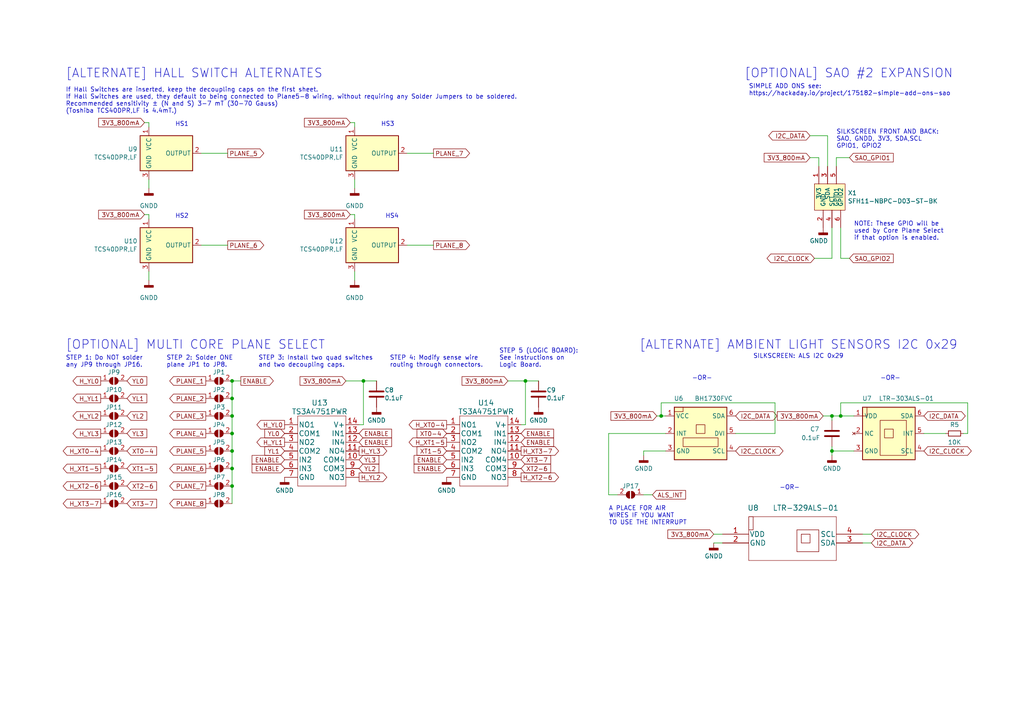
<source format=kicad_sch>
(kicad_sch (version 20230121) (generator eeschema)
  (paper "A4")
  (title_block (title "Core64 CB (Core Board)") (date "2023-02-21") (rev "1.1") (company "Concept and design by Andy Geppert @ www.MachineIdeas.com") (comment 1 "Visit www.Core64.io for information on assembly and optional features.") (comment 4 "All capacitors ceramic X7R unless otherwise noted."))
  (lib_symbols
    (symbol "Core64 CB-rescue:BH1730FVC-Core_64_KiCad_Library"
      (property "Reference" "U" (at -7.62 8.89 0))
      (property "Value" "Core_64_KiCad_Library_BH1730FVC" (at 1.27 8.89 0))
      (symbol "BH1730FVC-Core_64_KiCad_Library_0_1"
        (rectangle (start -7.62 6.35) (end -5.08 7.62))
        (rectangle (start -7.62 7.62) (end 7.62 -7.62) (stroke (width 0.254)) (fill (type background)))
        (rectangle (start -5.08 -3.81) (end 5.08 -1.27))
        (rectangle (start -1.27 2.54) (end 1.27 0))
      )
      (symbol "BH1730FVC-Core_64_KiCad_Library_1_1"
        (pin power_in line (at -10.16 5.08 0) (length 2.54) (name "VCC") (number "1"))
        (pin output line (at -10.16 0 0) (length 2.54) (name "INT") (number "2"))
        (pin power_in line (at -10.16 -5.08 0) (length 2.54) (name "GND") (number "3"))
        (pin input line (at 10.16 -5.08 180) (length 2.54) (name "SCL") (number "4"))
        (pin open_collector line (at 10.16 0 180) (length 2.54) (name "DVI") (number "5"))
        (pin bidirectional line (at 10.16 5.08 180) (length 2.54) (name "SDA") (number "6"))
      )
    )
    (symbol "Core64 CB-rescue:LTR-303ALS-01-Core_64_KiCad_Library"
      (property "Reference" "U" (at -7.62 8.89 0))
      (property "Value" "Core_64_KiCad_Library_LTR-303ALS-01" (at 1.27 8.89 0))
      (symbol "LTR-303ALS-01-Core_64_KiCad_Library_0_1"
        (rectangle (start -7.62 7.62) (end -6.35 5.08))
        (rectangle (start -7.62 7.62) (end 7.62 -7.62) (stroke (width 0.254)) (fill (type background)))
        (rectangle (start -2.54 3.81) (end 5.08 -6.35))
        (rectangle (start -1.27 -1.27) (end 1.27 1.27))
      )
      (symbol "LTR-303ALS-01-Core_64_KiCad_Library_1_1"
        (pin power_in line (at -10.16 5.08 0) (length 2.54) (name "VDD") (number "1"))
        (pin no_connect line (at -10.16 0 0) (length 2.54) (name "NC") (number "2"))
        (pin power_in line (at -10.16 -5.08 0) (length 2.54) (name "GND") (number "3"))
        (pin input line (at 10.16 -5.08 180) (length 2.54) (name "SCL") (number "4"))
        (pin open_collector line (at 10.16 0 180) (length 2.54) (name "INT") (number "5"))
        (pin bidirectional line (at 10.16 5.08 180) (length 2.54) (name "SDA") (number "6"))
      )
    )
    (symbol "Core64 CB-rescue:LTR-329ALS-01-LiteOn_LTR-329ALS" (pin_names (offset 0.254))
      (property "Reference" "U" (at 20.32 10.16 0))
      (property "Value" "LiteOn_LTR-329ALS_LTR-329ALS-01" (at 20.32 7.62 0))
      (symbol "LTR-329ALS-01-LiteOn_LTR-329ALS_0_1"
        (rectangle (start 7.62 5.08) (end 8.89 1.27) (stroke (width 0.1524)))
        (rectangle (start 21.59 -5.08) (end 27.94 1.27) (stroke (width 0.1524)))
        (rectangle (start 22.86 0) (end 25.4 -2.54) (stroke (width 0.1524)))
      )
      (symbol "LTR-329ALS-01-LiteOn_LTR-329ALS_1_1"
        (polyline (pts (xy 7.62 -7.62) (xy 33.02 -7.62)) (stroke (width 0.127)))
        (polyline (pts (xy 7.62 5.08) (xy 7.62 -7.62)) (stroke (width 0.127)))
        (polyline (pts (xy 33.02 -7.62) (xy 33.02 5.08)) (stroke (width 0.127)))
        (polyline (pts (xy 33.02 5.08) (xy 7.62 5.08)) (stroke (width 0.127)))
        (pin power_in line (at 0 0 0) (length 7.62) (name "VDD") (number "1"))
        (pin power_in line (at 0 -2.54 0) (length 7.62) (name "GND") (number "2"))
        (pin bidirectional line (at 40.64 -2.54 180) (length 7.62) (name "SDA") (number "3"))
        (pin input line (at 40.64 0 180) (length 7.62) (name "SCL") (number "4"))
      )
    )
    (symbol "Core64 CB-rescue:SAO_conn_SFH11-NBPC-D03-ST-BK-badgelife_shitty_addon_v169bis" (pin_names (offset 1.016))
      (property "Reference" "X" (at 5.08 1.27 0))
      (property "Value" "badgelife_shitty_addon_v169bis_SAO_conn_SFH11-NBPC-D03-ST-BK" (at 22.86 -2.54 0))
      (symbol "SAO_conn_SFH11-NBPC-D03-ST-BK-badgelife_shitty_addon_v169bis_0_1"
        (rectangle (start -5.08 2.54) (end 3.81 -5.08) (fill (type background)))
      )
      (symbol "SAO_conn_SFH11-NBPC-D03-ST-BK-badgelife_shitty_addon_v169bis_1_1"
        (pin input line (at -3.81 7.62 270) (length 5.08) (name "3V3") (number "1"))
        (pin input line (at -2.54 -10.16 90) (length 5.08) (name "GND") (number "2"))
        (pin input line (at -1.27 7.62 270) (length 5.08) (name "SDA") (number "3"))
        (pin input line (at 0 -10.16 90) (length 5.08) (name "SCL") (number "4"))
        (pin input line (at 1.27 7.62 270) (length 5.08) (name "GPIO1") (number "5"))
        (pin input line (at 2.54 -10.16 90) (length 5.08) (name "GPIO2") (number "6"))
      )
    )
    (symbol "Core64 CB-rescue:TS3A4751PWR-TI_TS3A4751PWR" (pin_names (offset 0.254))
      (property "Reference" "U" (at 15.24 10.16 0))
      (property "Value" "TI_TS3A4751PWR_TS3A4751PWR" (at 16.51 7.62 0))
      (symbol "TS3A4751PWR-TI_TS3A4751PWR_1_1"
        (polyline (pts (xy 7.62 -17.78) (xy 21.59 -17.78)) (stroke (width 0.127)))
        (polyline (pts (xy 7.62 2.54) (xy 7.62 -17.78)) (stroke (width 0.127)))
        (polyline (pts (xy 21.59 -17.78) (xy 21.59 2.54)) (stroke (width 0.127)))
        (polyline (pts (xy 21.59 2.54) (xy 7.62 2.54)) (stroke (width 0.127)))
        (pin output line (at 3.81 0 0) (length 3.81) (name "NO1") (number "1"))
        (pin unspecified line (at 25.4 -10.16 180) (length 3.81) (name "COM4") (number "10"))
        (pin output line (at 25.4 -7.62 180) (length 3.81) (name "NO4") (number "11"))
        (pin input line (at 25.4 -5.08 180) (length 3.81) (name "IN4") (number "12"))
        (pin input line (at 25.4 -2.54 180) (length 3.81) (name "IN1") (number "13"))
        (pin power_in line (at 25.4 0 180) (length 3.81) (name "V+") (number "14"))
        (pin unspecified line (at 3.81 -2.54 0) (length 3.81) (name "COM1") (number "2"))
        (pin output line (at 3.81 -5.08 0) (length 3.81) (name "NO2") (number "3"))
        (pin unspecified line (at 3.81 -7.62 0) (length 3.81) (name "COM2") (number "4"))
        (pin input line (at 3.81 -10.16 0) (length 3.81) (name "IN2") (number "5"))
        (pin input line (at 3.81 -12.7 0) (length 3.81) (name "IN3") (number "6"))
        (pin power_in line (at 3.81 -15.24 0) (length 3.81) (name "GND") (number "7"))
        (pin output line (at 25.4 -15.24 180) (length 3.81) (name "NO3") (number "8"))
        (pin unspecified line (at 25.4 -12.7 180) (length 3.81) (name "COM3") (number "9"))
      )
    )
    (symbol "Device:C" (pin_numbers hide) (pin_names (offset 0.254))
      (property "Reference" "C" (at 0.635 2.54 0))
      (property "Value" "C" (at 0.635 -2.54 0))
      (symbol "C_0_1"
        (polyline (pts (xy -2.032 -0.762) (xy 2.032 -0.762)) (stroke (width 0.508)))
        (polyline (pts (xy -2.032 0.762) (xy 2.032 0.762)) (stroke (width 0.508)))
      )
      (symbol "C_1_1"
        (pin passive line (at 0 3.81 270) (length 2.794) (name "~") (number "1"))
        (pin passive line (at 0 -3.81 90) (length 2.794) (name "~") (number "2"))
      )
    )
    (symbol "Device:R_Small" (pin_numbers hide) (pin_names (offset 0.254) hide)
      (property "Reference" "R" (at 0.762 0.508 0))
      (property "Value" "R_Small" (at 0.762 -1.016 0))
      (symbol "R_Small_0_1"
        (rectangle (start -0.762 1.778) (end 0.762 -1.778) (stroke (width 0.2032)))
      )
      (symbol "R_Small_1_1"
        (pin passive line (at 0 2.54 270) (length 0.762) (name "~") (number "1"))
        (pin passive line (at 0 -2.54 90) (length 0.762) (name "~") (number "2"))
      )
    )
    (symbol "Jumper:SolderJumper_2_Open" (pin_names (offset 0) hide)
      (property "Reference" "JP" (at 0 2.032 0))
      (property "Value" "SolderJumper_2_Open" (at 0 -2.54 0))
      (symbol "SolderJumper_2_Open_0_1"
        (arc (start -0.254 1.016) (mid -1.2656 0) (end -0.254 -1.016))
        (arc (start -0.254 1.016) (mid -1.2656 0) (end -0.254 -1.016) (fill (type outline)))
        (polyline (pts (xy -0.254 1.016) (xy -0.254 -1.016)))
        (polyline (pts (xy 0.254 1.016) (xy 0.254 -1.016)))
        (arc (start 0.254 -1.016) (mid 1.2656 0) (end 0.254 1.016))
        (arc (start 0.254 -1.016) (mid 1.2656 0) (end 0.254 1.016) (fill (type outline)))
      )
      (symbol "SolderJumper_2_Open_1_1"
        (pin passive line (at -3.81 0 0) (length 2.54) (name "A") (number "1"))
        (pin passive line (at 3.81 0 180) (length 2.54) (name "B") (number "2"))
      )
    )
    (symbol "Sensor_Magnetic:SM353LT"
      (property "Reference" "U" (at 5.08 8.89 0))
      (property "Value" "SM353LT" (at 2.54 6.35 0))
      (symbol "SM353LT_0_1"
        (rectangle (start 7.62 5.08) (end -7.62 -5.08) (stroke (width 0.254)) (fill (type background)))
      )
      (symbol "SM353LT_1_1"
        (pin power_in line (at -5.08 7.62 270) (length 2.54) (name "VCC") (number "1"))
        (pin output line (at 10.16 0 180) (length 2.54) (name "OUTPUT") (number "2"))
        (pin power_in line (at -5.08 -7.62 90) (length 2.54) (name "GND") (number "3"))
      )
    )
    (symbol "power:GNDD" (power) (pin_names (offset 0))
      (property "Value" "GNDD" (at 0 -3.175 0))
      (symbol "GNDD_0_1"
        (rectangle (start -1.27 -1.524) (end 1.27 -2.032) (stroke (width 0.254)) (fill (type outline)))
        (polyline (pts (xy 0 0) (xy 0 -1.524)))
      )
      (symbol "GNDD_1_1"
        (pin power_in line (at 0 0 270) (length 0) hide (name "GNDD") (number "1"))
      )
    )
  )
  (junction (at 191.77 120.65))
  (junction (at 105.41 110.49))
  (junction (at 67.31 115.57))
  (junction (at 67.31 125.73))
  (junction (at 67.31 110.49))
  (junction (at 67.31 120.65))
  (junction (at 67.31 140.97))
  (junction (at 243.84 120.65))
  (junction (at 67.31 135.89))
  (junction (at 67.31 130.81))
  (junction (at 152.4 110.49))
  (junction (at 241.3 120.65))
  (junction (at 241.3 130.81))
  (wire (pts (xy 241.3 120.65) (xy 238.76 120.65)))
  (wire (pts (xy 250.19 154.94) (xy 252.73 154.94)))
  (wire (pts (xy 102.87 62.23) (xy 102.87 63.5)))
  (wire (pts (xy 67.31 130.81) (xy 67.31 135.89)))
  (wire (pts (xy 243.84 116.84) (xy 280.67 116.84)))
  (wire (pts (xy 151.13 123.19) (xy 152.4 123.19)))
  (wire (pts (xy 43.18 35.56) (xy 43.18 36.83)))
  (wire (pts (xy 243.84 74.93) (xy 246.38 74.93)))
  (wire (pts (xy 207.01 154.94) (xy 209.55 154.94)))
  (wire (pts (xy 243.84 120.65) (xy 247.65 120.65)))
  (wire (pts (xy 102.87 35.56) (xy 102.87 36.83)))
  (wire (pts (xy 240.03 48.26) (xy 240.03 39.37)))
  (wire (pts (xy 43.18 54.61) (xy 43.18 52.07)))
  (wire (pts (xy 58.42 71.12) (xy 66.04 71.12)))
  (wire (pts (xy 101.6 62.23) (xy 102.87 62.23)))
  (wire (pts (xy 101.6 35.56) (xy 102.87 35.56)))
  (wire (pts (xy 250.19 157.48) (xy 252.73 157.48)))
  (wire (pts (xy 224.79 116.84) (xy 191.77 116.84)))
  (wire (pts (xy 190.5 120.65) (xy 191.77 120.65)))
  (wire (pts (xy 243.84 66.04) (xy 243.84 74.93)))
  (wire (pts (xy 152.4 110.49) (xy 152.4 123.19)))
  (wire (pts (xy 241.3 74.93) (xy 236.22 74.93)))
  (wire (pts (xy 67.31 120.65) (xy 67.31 125.73)))
  (wire (pts (xy 279.4 125.73) (xy 280.67 125.73)))
  (wire (pts (xy 207.01 157.48) (xy 209.55 157.48)))
  (wire (pts (xy 105.41 110.49) (xy 105.41 123.19)))
  (wire (pts (xy 242.57 48.26) (xy 242.57 45.72)))
  (wire (pts (xy 147.32 110.49) (xy 152.4 110.49)))
  (wire (pts (xy 67.31 110.49) (xy 67.31 115.57)))
  (wire (pts (xy 186.69 130.81) (xy 193.04 130.81)))
  (wire (pts (xy 241.3 130.81) (xy 247.65 130.81)))
  (wire (pts (xy 193.04 125.73) (xy 176.53 125.73)))
  (wire (pts (xy 241.3 120.65) (xy 241.3 121.92)))
  (wire (pts (xy 58.42 44.45) (xy 66.04 44.45)))
  (wire (pts (xy 43.18 62.23) (xy 43.18 63.5)))
  (wire (pts (xy 243.84 120.65) (xy 243.84 116.84)))
  (wire (pts (xy 237.49 45.72) (xy 237.49 48.26)))
  (wire (pts (xy 224.79 125.73) (xy 224.79 116.84)))
  (wire (pts (xy 104.14 123.19) (xy 105.41 123.19)))
  (wire (pts (xy 280.67 116.84) (xy 280.67 125.73)))
  (wire (pts (xy 102.87 54.61) (xy 102.87 52.07)))
  (wire (pts (xy 240.03 39.37) (xy 234.95 39.37)))
  (wire (pts (xy 186.69 143.51) (xy 189.23 143.51)))
  (wire (pts (xy 234.95 45.72) (xy 237.49 45.72)))
  (wire (pts (xy 67.31 110.49) (xy 69.85 110.49)))
  (wire (pts (xy 176.53 125.73) (xy 176.53 143.51)))
  (wire (pts (xy 67.31 146.05) (xy 67.31 140.97)))
  (wire (pts (xy 241.3 66.04) (xy 241.3 74.93)))
  (wire (pts (xy 186.69 130.81) (xy 186.69 132.08)))
  (wire (pts (xy 102.87 81.28) (xy 102.87 78.74)))
  (wire (pts (xy 241.3 120.65) (xy 243.84 120.65)))
  (wire (pts (xy 152.4 110.49) (xy 156.21 110.49)))
  (wire (pts (xy 241.3 130.81) (xy 241.3 132.08)))
  (wire (pts (xy 213.36 125.73) (xy 224.79 125.73)))
  (wire (pts (xy 67.31 125.73) (xy 67.31 130.81)))
  (wire (pts (xy 41.91 62.23) (xy 43.18 62.23)))
  (wire (pts (xy 105.41 110.49) (xy 109.22 110.49)))
  (wire (pts (xy 242.57 45.72) (xy 246.38 45.72)))
  (wire (pts (xy 41.91 35.56) (xy 43.18 35.56)))
  (wire (pts (xy 43.18 81.28) (xy 43.18 78.74)))
  (wire (pts (xy 67.31 115.57) (xy 67.31 120.65)))
  (wire (pts (xy 100.33 110.49) (xy 105.41 110.49)))
  (wire (pts (xy 191.77 116.84) (xy 191.77 120.65)))
  (wire (pts (xy 267.97 125.73) (xy 274.32 125.73)))
  (wire (pts (xy 118.11 71.12) (xy 125.73 71.12)))
  (wire (pts (xy 118.11 44.45) (xy 125.73 44.45)))
  (wire (pts (xy 176.53 143.51) (xy 179.07 143.51)))
  (wire (pts (xy 241.3 130.81) (xy 241.3 129.54)))
  (wire (pts (xy 191.77 120.65) (xy 193.04 120.65)))
  (wire (pts (xy 67.31 140.97) (xy 67.31 135.89)))
  (text "HS4" (at 111.76 63.5 0) (effects (font (size 1.27 1.27)) (justify left bottom)))
  (text "SIMPLE ADD ONS see:\nhttps://hackaday.io/project/175182-simple-add-ons-sao" (at 217.17 27.94 0) (effects (font (size 1.27 1.27)) (justify left bottom)))
  (text "HS2" (at 50.8 63.5 0) (effects (font (size 1.27 1.27)) (justify left bottom)))
  (text "STEP 3: Install two quad switches\nand two decoupling caps." (at 74.93 106.68 0) (effects (font (size 1.27 1.27)) (justify left bottom)))
  (text "STEP 5 (LOGIC BOARD):\nSee instructions on\nLogic Board." (at 144.78 106.68 0) (effects (font (size 1.27 1.27)) (justify left bottom)))
  (text "SILKSCREEN FRONT AND BACK: \nSAO, GNDD, 3V3, SDA,SCL\nGPIO1, GPIO2" (at 242.57 43.18 0) (effects (font (size 1.27 1.27)) (justify left bottom)))
  (text "NOTE: These GPIO will be\nused by Core Plane Select\nif that option is enabled." (at 247.65 69.85 0) (effects (font (size 1.27 1.27)) (justify left bottom)))
  (text "[ALTERNATE] AMBIENT LIGHT SENSORS I2C 0x29" (at 185.42 101.6 0) (effects (font (size 2.54 2.54)) (justify left bottom)))
  (text "-OR-" (at 255.27 110.49 0) (effects (font (size 1.27 1.27)) (justify left bottom)))
  (text "[OPTIONAL] SAO #2 EXPANSION" (at 215.9 22.86 0) (effects (font (size 2.54 2.54)) (justify left bottom)))
  (text "If Hall Switches are inserted, keep the decoupling caps on the first sheet.\nIf Hall Switches are used, they default to being connected to Plane5-8 wiring, without requiring any Solder Jumpers to be soldered.\nRecommended sensitivity ± (N and S) 3-7 mT (30-70 Gauss)\n(Toshiba TCS40DPR,LF is 4.4mT.)" (at 19.05 33.02 0) (effects (font (size 1.27 1.27)) (justify left bottom)))
  (text "-OR-" (at 200.66 110.49 0) (effects (font (size 1.27 1.27)) (justify left bottom)))
  (text "HS1" (at 50.8 36.83 0) (effects (font (size 1.27 1.27)) (justify left bottom)))
  (text "STEP 4: Modify sense wire\nrouting through connectors." (at 113.03 106.68 0) (effects (font (size 1.27 1.27)) (justify left bottom)))
  (text "A PLACE FOR AIR\nWIRES IF YOU WANT\nTO USE THE INTERRUPT" (at 176.53 152.4 0) (effects (font (size 1.27 1.27)) (justify left bottom)))
  (text "-OR-" (at 226.06 142.24 0) (effects (font (size 1.27 1.27)) (justify left bottom)))
  (text "HS3" (at 110.49 36.83 0) (effects (font (size 1.27 1.27)) (justify left bottom)))
  (text "STEP 1: Do NOT solder\nany JP9 through JP16." (at 19.05 106.68 0) (effects (font (size 1.27 1.27)) (justify left bottom)))
  (text "STEP 2: Solder ONE \nplane JP1 to JP8." (at 48.26 106.68 0) (effects (font (size 1.27 1.27)) (justify left bottom)))
  (text "[OPTIONAL] MULTI CORE PLANE SELECT" (at 19.05 101.6 0) (effects (font (size 2.54 2.54)) (justify left bottom)))
  (text "SILKSCREEN: ALS I2C 0x29" (at 218.44 104.14 0) (effects (font (size 1.27 1.27)) (justify left bottom)))
  (text "[ALTERNATE] HALL SWITCH ALTERNATES" (at 19.05 22.86 0) (effects (font (size 2.54 2.54)) (justify left bottom)))
  (global_label "I2C_CLOCK" (shape bidirectional) (at 236.22 74.93 180) (property "Intersheetrefs" "${INTERSHEET_REFS}" (effects hide)))
  (global_label "XT3-7" (shape input) (at 151.13 133.35 0) (property "Intersheetrefs" "${INTERSHEET_REFS}" (effects hide)))
  (global_label "PLANE_1" (shape output) (at 59.69 110.49 180) (property "Intersheetrefs" "${INTERSHEET_REFS}" (effects hide)))
  (global_label "YL0" (shape input) (at 82.55 125.73 180) (property "Intersheetrefs" "${INTERSHEET_REFS}" (effects hide)))
  (global_label "YL1" (shape input) (at 36.83 115.57 0) (property "Intersheetrefs" "${INTERSHEET_REFS}" (effects hide)))
  (global_label "3V3_800mA" (shape input) (at 234.95 45.72 180) (property "Intersheetrefs" "${INTERSHEET_REFS}" (effects hide)))
  (global_label "PLANE_4" (shape output) (at 59.69 125.73 180) (property "Intersheetrefs" "${INTERSHEET_REFS}" (effects hide)))
  (global_label "I2C_DATA" (shape bidirectional) (at 252.73 157.48 0) (property "Intersheetrefs" "${INTERSHEET_REFS}" (effects hide)))
  (global_label "H_YL3" (shape output) (at 29.21 125.73 180) (property "Intersheetrefs" "${INTERSHEET_REFS}" (effects hide)))
  (global_label "PLANE_8" (shape output) (at 125.73 71.12 0) (property "Intersheetrefs" "${INTERSHEET_REFS}" (effects hide)))
  (global_label "H_XT3-7" (shape output) (at 151.13 130.81 0) (property "Intersheetrefs" "${INTERSHEET_REFS}" (effects hide)))
  (global_label "PLANE_5" (shape output) (at 66.04 44.45 0) (property "Intersheetrefs" "${INTERSHEET_REFS}" (effects hide)))
  (global_label "I2C_DATA" (shape bidirectional) (at 213.36 120.65 0) (property "Intersheetrefs" "${INTERSHEET_REFS}" (effects hide)))
  (global_label "H_YL3" (shape output) (at 104.14 130.81 0) (property "Intersheetrefs" "${INTERSHEET_REFS}" (effects hide)))
  (global_label "H_YL1" (shape output) (at 29.21 115.57 180) (property "Intersheetrefs" "${INTERSHEET_REFS}" (effects hide)))
  (global_label "PLANE_7" (shape output) (at 125.73 44.45 0) (property "Intersheetrefs" "${INTERSHEET_REFS}" (effects hide)))
  (global_label "YL3" (shape input) (at 104.14 133.35 0) (property "Intersheetrefs" "${INTERSHEET_REFS}" (effects hide)))
  (global_label "YL0" (shape input) (at 36.83 110.49 0) (property "Intersheetrefs" "${INTERSHEET_REFS}" (effects hide)))
  (global_label "ALS_INT" (shape input) (at 189.23 143.51 0) (property "Intersheetrefs" "${INTERSHEET_REFS}" (effects hide)))
  (global_label "H_YL2" (shape output) (at 29.21 120.65 180) (property "Intersheetrefs" "${INTERSHEET_REFS}" (effects hide)))
  (global_label "YL2" (shape input) (at 36.83 120.65 0) (property "Intersheetrefs" "${INTERSHEET_REFS}" (effects hide)))
  (global_label "3V3_800mA" (shape input) (at 101.6 62.23 180) (property "Intersheetrefs" "${INTERSHEET_REFS}" (effects hide)))
  (global_label "XT2-6" (shape input) (at 151.13 135.89 0) (property "Intersheetrefs" "${INTERSHEET_REFS}" (effects hide)))
  (global_label "H_YL0" (shape output) (at 82.55 123.19 180) (property "Intersheetrefs" "${INTERSHEET_REFS}" (effects hide)))
  (global_label "ENABLE" (shape input) (at 129.54 135.89 180) (property "Intersheetrefs" "${INTERSHEET_REFS}" (effects hide)))
  (global_label "ENABLE" (shape input) (at 82.55 133.35 180) (property "Intersheetrefs" "${INTERSHEET_REFS}" (effects hide)))
  (global_label "ENABLE" (shape input) (at 104.14 125.73 0) (property "Intersheetrefs" "${INTERSHEET_REFS}" (effects hide)))
  (global_label "SAO_GPIO1" (shape input) (at 246.38 45.72 0) (property "Intersheetrefs" "${INTERSHEET_REFS}" (effects hide)))
  (global_label "3V3_800mA" (shape input) (at 147.32 110.49 180) (property "Intersheetrefs" "${INTERSHEET_REFS}" (effects hide)))
  (global_label "I2C_CLOCK" (shape bidirectional) (at 213.36 130.81 0) (property "Intersheetrefs" "${INTERSHEET_REFS}" (effects hide)))
  (global_label "H_XT3-7" (shape output) (at 29.21 146.05 180) (property "Intersheetrefs" "${INTERSHEET_REFS}" (effects hide)))
  (global_label "YL3" (shape input) (at 36.83 125.73 0) (property "Intersheetrefs" "${INTERSHEET_REFS}" (effects hide)))
  (global_label "H_XT1-5" (shape output) (at 129.54 128.27 180) (property "Intersheetrefs" "${INTERSHEET_REFS}" (effects hide)))
  (global_label "3V3_800mA" (shape input) (at 41.91 35.56 180) (property "Intersheetrefs" "${INTERSHEET_REFS}" (effects hide)))
  (global_label "I2C_DATA" (shape bidirectional) (at 267.97 120.65 0) (property "Intersheetrefs" "${INTERSHEET_REFS}" (effects hide)))
  (global_label "H_XT2-6" (shape output) (at 29.21 140.97 180) (property "Intersheetrefs" "${INTERSHEET_REFS}" (effects hide)))
  (global_label "3V3_800mA" (shape input) (at 190.5 120.65 180) (property "Intersheetrefs" "${INTERSHEET_REFS}" (effects hide)))
  (global_label "XT2-6" (shape input) (at 36.83 140.97 0) (property "Intersheetrefs" "${INTERSHEET_REFS}" (effects hide)))
  (global_label "3V3_800mA" (shape input) (at 101.6 35.56 180) (property "Intersheetrefs" "${INTERSHEET_REFS}" (effects hide)))
  (global_label "ENABLE" (shape input) (at 82.55 135.89 180) (property "Intersheetrefs" "${INTERSHEET_REFS}" (effects hide)))
  (global_label "H_YL0" (shape output) (at 29.21 110.49 180) (property "Intersheetrefs" "${INTERSHEET_REFS}" (effects hide)))
  (global_label "PLANE_2" (shape output) (at 59.69 115.57 180) (property "Intersheetrefs" "${INTERSHEET_REFS}" (effects hide)))
  (global_label "XT0-4" (shape input) (at 129.54 125.73 180) (property "Intersheetrefs" "${INTERSHEET_REFS}" (effects hide)))
  (global_label "YL1" (shape input) (at 82.55 130.81 180) (property "Intersheetrefs" "${INTERSHEET_REFS}" (effects hide)))
  (global_label "PLANE_6" (shape output) (at 59.69 135.89 180) (property "Intersheetrefs" "${INTERSHEET_REFS}" (effects hide)))
  (global_label "PLANE_8" (shape output) (at 59.69 146.05 180) (property "Intersheetrefs" "${INTERSHEET_REFS}" (effects hide)))
  (global_label "PLANE_3" (shape output) (at 59.69 120.65 180) (property "Intersheetrefs" "${INTERSHEET_REFS}" (effects hide)))
  (global_label "I2C_DATA" (shape bidirectional) (at 234.95 39.37 180) (property "Intersheetrefs" "${INTERSHEET_REFS}" (effects hide)))
  (global_label "3V3_800mA" (shape input) (at 238.76 120.65 180) (property "Intersheetrefs" "${INTERSHEET_REFS}" (effects hide)))
  (global_label "PLANE_5" (shape output) (at 59.69 130.81 180) (property "Intersheetrefs" "${INTERSHEET_REFS}" (effects hide)))
  (global_label "I2C_CLOCK" (shape bidirectional) (at 267.97 130.81 0) (property "Intersheetrefs" "${INTERSHEET_REFS}" (effects hide)))
  (global_label "XT0-4" (shape input) (at 36.83 130.81 0) (property "Intersheetrefs" "${INTERSHEET_REFS}" (effects hide)))
  (global_label "3V3_800mA" (shape input) (at 100.33 110.49 180) (property "Intersheetrefs" "${INTERSHEET_REFS}" (effects hide)))
  (global_label "XT1-5" (shape input) (at 36.83 135.89 0) (property "Intersheetrefs" "${INTERSHEET_REFS}" (effects hide)))
  (global_label "H_XT0-4" (shape output) (at 29.21 130.81 180) (property "Intersheetrefs" "${INTERSHEET_REFS}" (effects hide)))
  (global_label "XT1-5" (shape input) (at 129.54 130.81 180) (property "Intersheetrefs" "${INTERSHEET_REFS}" (effects hide)))
  (global_label "ENABLE" (shape input) (at 151.13 128.27 0) (property "Intersheetrefs" "${INTERSHEET_REFS}" (effects hide)))
  (global_label "H_YL1" (shape output) (at 82.55 128.27 180) (property "Intersheetrefs" "${INTERSHEET_REFS}" (effects hide)))
  (global_label "ENABLE" (shape input) (at 151.13 125.73 0) (property "Intersheetrefs" "${INTERSHEET_REFS}" (effects hide)))
  (global_label "ENABLE" (shape input) (at 104.14 128.27 0) (property "Intersheetrefs" "${INTERSHEET_REFS}" (effects hide)))
  (global_label "3V3_800mA" (shape input) (at 207.01 154.94 180) (property "Intersheetrefs" "${INTERSHEET_REFS}" (effects hide)))
  (global_label "I2C_CLOCK" (shape bidirectional) (at 252.73 154.94 0) (property "Intersheetrefs" "${INTERSHEET_REFS}" (effects hide)))
  (global_label "H_XT1-5" (shape output) (at 29.21 135.89 180) (property "Intersheetrefs" "${INTERSHEET_REFS}" (effects hide)))
  (global_label "SAO_GPIO2" (shape input) (at 246.38 74.93 0) (property "Intersheetrefs" "${INTERSHEET_REFS}" (effects hide)))
  (global_label "H_XT2-6" (shape output) (at 151.13 138.43 0) (property "Intersheetrefs" "${INTERSHEET_REFS}" (effects hide)))
  (global_label "H_XT0-4" (shape output) (at 129.54 123.19 180) (property "Intersheetrefs" "${INTERSHEET_REFS}" (effects hide)))
  (global_label "3V3_800mA" (shape input) (at 41.91 62.23 180) (property "Intersheetrefs" "${INTERSHEET_REFS}" (effects hide)))
  (global_label "H_YL2" (shape output) (at 104.14 138.43 0) (property "Intersheetrefs" "${INTERSHEET_REFS}" (effects hide)))
  (global_label "ENABLE" (shape input) (at 129.54 133.35 180) (property "Intersheetrefs" "${INTERSHEET_REFS}" (effects hide)))
  (global_label "YL2" (shape input) (at 104.14 135.89 0) (property "Intersheetrefs" "${INTERSHEET_REFS}" (effects hide)))
  (global_label "PLANE_7" (shape output) (at 59.69 140.97 180) (property "Intersheetrefs" "${INTERSHEET_REFS}" (effects hide)))
  (global_label "ENABLE" (shape output) (at 69.85 110.49 0) (property "Intersheetrefs" "${INTERSHEET_REFS}" (effects hide)))
  (global_label "XT3-7" (shape input) (at 36.83 146.05 0) (property "Intersheetrefs" "${INTERSHEET_REFS}" (effects hide)))
  (global_label "PLANE_6" (shape output) (at 66.04 71.12 0) (property "Intersheetrefs" "${INTERSHEET_REFS}" (effects hide)))
  (symbol (lib_id "Core64 CB-rescue:SAO_conn_SFH11-NBPC-D03-ST-BK-badgelife_shitty_addon_v169bis") (at 241.3 55.88 0) (unit 1)
    (property "Reference" "X1" (at 245.8974 55.9562 0) (effects (justify left)))
    (property "Value" "SFH11-NBPC-D03-ST-BK" (at 245.8974 58.3184 0) (effects (justify left)))
    (property "Footprint" "Badgelife_SAO_v169bis_20190321-0053:Badgelife-SAOv169-BADGE-2x3" (effects hide))
    (property "Insert" "NO" (effects hide))
    (property "Description" "2x6 Keyed Socket for SAO (user-supplied optional)" (effects hide))
  )
  (symbol (lib_id "Jumper:SolderJumper_2_Open") (at 63.5 125.73 0) (unit 1)
    (property "Reference" "JP4" (at 63.5 123.19 0))
    (property "Value" "SolderJumper_2_Open" (effects hide))
    (property "Footprint" "Jumper:SolderJumper-2_P1.3mm_Open_Pad1.0x1.5mm" (effects hide))
    (property "Insert" "NO" (effects hide))
  )
  (symbol (lib_id "Core64 CB-rescue:LTR-329ALS-01-LiteOn_LTR-329ALS") (at 209.55 154.94 0) (unit 1)
    (property "Reference" "U8" (at 218.44 147.32 0) (effects (font (size 1.524 1.524))))
    (property "Value" "LTR-329ALS-01" (at 233.68 147.32 0) (effects (font (size 1.524 1.524))))
    (property "Footprint" "LiteOn_LTR-329ALS:LTR-329ALS-01" (effects hide))
    (property "Insert" "YES" (effects hide))
    (property "Manufacturer_Name" "LiteOn" (effects hide))
    (property "Mfg P/N" "LTR-329ALS-01" (effects hide))
    (property "Supplier (2nd)" "Mouser" (effects hide))
    (property "Supplier (Primary)" "Arrow" (effects hide))
    (property "Supplier SKU (2nd)" "859-LTR-329ALS-01" (effects hide))
    (property "Supplier SKU (Primary)" "LTR-329ALS-01" (effects hide))
    (property "Alt. Manufacturer" "None" (effects hide))
    (property "Alt. Mfg P/N" "None" (effects hide))
    (property "Description" "I2C Digital Light Sensor, DFN-4EP" (effects hide))
    (property "Value_Modifer" "4-DFN-EP (2x2)" (effects hide))
  )
  (symbol (lib_id "power:GNDD") (at 156.21 118.11 0) (unit 1)
    (property "Reference" "#PWR018" (effects hide))
    (property "Value" "GNDD" (at 156.21 121.92 0))
  )
  (symbol (lib_id "Jumper:SolderJumper_2_Open") (at 33.02 110.49 0) (unit 1)
    (property "Reference" "JP9" (at 33.02 107.95 0))
    (property "Value" "SolderJumper_2_Open" (effects hide))
    (property "Footprint" "Jumper:SolderJumper-2_P1.3mm_Open_Pad1.0x1.5mm" (effects hide))
    (property "Insert" "NO" (effects hide))
  )
  (symbol (lib_id "power:GNDD") (at 129.54 138.43 0) (unit 1)
    (property "Reference" "#PWR015" (effects hide))
    (property "Value" "GNDD" (at 129.54 142.24 0))
  )
  (symbol (lib_id "Jumper:SolderJumper_2_Open") (at 63.5 140.97 0) (unit 1)
    (property "Reference" "JP7" (at 63.5 138.43 0))
    (property "Value" "SolderJumper_2_Open" (effects hide))
    (property "Footprint" "Jumper:SolderJumper-2_P1.3mm_Open_Pad1.0x1.5mm" (effects hide))
    (property "Insert" "NO" (effects hide))
  )
  (symbol (lib_id "power:GNDD") (at 102.87 54.61 0) (unit 1)
    (property "Reference" "#PWR020" (effects hide))
    (property "Value" "GNDD" (at 102.87 59.69 0))
  )
  (symbol (lib_id "Core64 CB-rescue:TS3A4751PWR-TI_TS3A4751PWR") (at 78.74 123.19 0) (unit 1)
    (property "Reference" "U13" (at 92.71 116.84 0) (effects (font (size 1.524 1.524))))
    (property "Value" "TS3A4751PWR" (at 92.71 119.38 0) (effects (font (size 1.524 1.524))))
    (property "Footprint" "TI_TS3A4751PWR:TS3A4751PWR" (effects hide))
    (property "Insert" "NO" (effects hide))
    (property "Description" "Analog Switch Quad SPST (user-supplied optional)" (effects hide))
    (property "Manufacturer_Name" "TI" (effects hide))
    (property "Mfg P/N" "TS3A4751PWR" (effects hide))
  )
  (symbol (lib_id "Core64 CB-rescue:BH1730FVC-Core_64_KiCad_Library") (at 203.2 125.73 0) (unit 1)
    (property "Reference" "U6" (at 196.85 115.57 0))
    (property "Value" "BH1730FVC" (at 207.01 115.57 0))
    (property "Footprint" "ALS_BH1730:REG_BD00IC0WHFV-GTR" (effects hide))
    (property "Insert" "NO" (effects hide))
    (property "Manufacturer_Name" "ROHM Semiconductor" (effects hide))
    (property "Mfg P/N" "BH1730FVC-TR" (effects hide))
    (property "Alt. Manufacturer" "None" (effects hide))
    (property "Alt. Mfg P/N" "None" (effects hide))
    (property "Description" "I2C Digital Light Sensor" (effects hide))
  )
  (symbol (lib_id "Sensor_Magnetic:SM353LT") (at 48.26 44.45 0) (unit 1)
    (property "Reference" "U9" (at 39.878 43.2562 0) (effects (justify right)))
    (property "Value" "TCS40DPR,LF" (at 39.878 45.6184 0) (effects (justify right)))
    (property "Footprint" "Package_TO_SOT_SMD:SOT-23" (effects hide))
    (property "Datasheet" "https://sensing.honeywell.com/honeywell-sensing-nanopower-series-product-sheet-50095501-a-en.pdf" (effects hide))
    (property "Insert" "NO" (effects hide))
    (property "Description" "Hall Switch (alternate)" (effects hide))
    (property "Alt. Manufacturer" "None" (effects hide))
    (property "Alt. Mfg P/N" "None" (effects hide))
  )
  (symbol (lib_id "Jumper:SolderJumper_2_Open") (at 33.02 115.57 0) (unit 1)
    (property "Reference" "JP10" (at 33.02 113.03 0))
    (property "Value" "SolderJumper_2_Open" (effects hide))
    (property "Footprint" "Jumper:SolderJumper-2_P1.3mm_Open_Pad1.0x1.5mm" (effects hide))
    (property "Insert" "NO" (effects hide))
  )
  (symbol (lib_id "Jumper:SolderJumper_2_Open") (at 33.02 135.89 0) (unit 1)
    (property "Reference" "JP14" (at 33.02 133.35 0))
    (property "Value" "SolderJumper_2_Open" (effects hide))
    (property "Footprint" "Jumper:SolderJumper-2_P1.3mm_Open_Pad1.0x1.5mm" (effects hide))
    (property "Insert" "NO" (effects hide))
  )
  (symbol (lib_id "power:GNDD") (at 109.22 118.11 0) (unit 1)
    (property "Reference" "#PWR017" (effects hide))
    (property "Value" "GNDD" (at 109.22 121.92 0))
  )
  (symbol (lib_id "Sensor_Magnetic:SM353LT") (at 107.95 44.45 0) (unit 1)
    (property "Reference" "U11" (at 99.568 43.2562 0) (effects (justify right)))
    (property "Value" "TCS40DPR,LF" (at 99.568 45.6184 0) (effects (justify right)))
    (property "Footprint" "Package_TO_SOT_SMD:SOT-23" (effects hide))
    (property "Datasheet" "https://sensing.honeywell.com/honeywell-sensing-nanopower-series-product-sheet-50095501-a-en.pdf" (effects hide))
    (property "Insert" "NO" (effects hide))
    (property "Description" "Hall Switch (alternate)" (effects hide))
    (property "Alt. Manufacturer" "None" (effects hide))
    (property "Alt. Mfg P/N" "None" (effects hide))
  )
  (symbol (lib_id "power:GNDD") (at 238.76 66.04 0) (unit 1)
    (property "Reference" "#PWR016" (effects hide))
    (property "Value" "GNDD" (at 237.49 69.85 0))
  )
  (symbol (lib_id "Jumper:SolderJumper_2_Open") (at 63.5 135.89 0) (unit 1)
    (property "Reference" "JP6" (at 63.5 133.35 0))
    (property "Value" "SolderJumper_2_Open" (effects hide))
    (property "Footprint" "Jumper:SolderJumper-2_P1.3mm_Open_Pad1.0x1.5mm" (effects hide))
    (property "Insert" "NO" (effects hide))
  )
  (symbol (lib_id "Jumper:SolderJumper_2_Open") (at 182.88 143.51 0) (mirror y) (unit 1)
    (property "Reference" "JP17" (at 182.88 140.97 0))
    (property "Value" "SolderJumper_2_Open" (effects hide))
    (property "Footprint" "Jumper:SolderJumper-2_P1.3mm_Open_Pad1.0x1.5mm" (effects hide))
    (property "Insert" "NO" (effects hide))
  )
  (symbol (lib_id "power:GNDD") (at 207.01 157.48 0) (unit 1)
    (property "Reference" "#PWR013" (effects hide))
    (property "Value" "GNDD" (at 207.01 161.29 0))
  )
  (symbol (lib_id "Sensor_Magnetic:SM353LT") (at 48.26 71.12 0) (unit 1)
    (property "Reference" "U10" (at 39.878 69.9262 0) (effects (justify right)))
    (property "Value" "TCS40DPR,LF" (at 39.878 72.2884 0) (effects (justify right)))
    (property "Footprint" "Package_TO_SOT_SMD:SOT-23" (effects hide))
    (property "Datasheet" "https://sensing.honeywell.com/honeywell-sensing-nanopower-series-product-sheet-50095501-a-en.pdf" (effects hide))
    (property "Insert" "NO" (effects hide))
    (property "Description" "Hall Switch (alternate)" (effects hide))
    (property "Alt. Manufacturer" "None" (effects hide))
    (property "Alt. Mfg P/N" "None" (effects hide))
  )
  (symbol (lib_id "Jumper:SolderJumper_2_Open") (at 33.02 130.81 0) (unit 1)
    (property "Reference" "JP13" (at 33.02 128.27 0))
    (property "Value" "SolderJumper_2_Open" (effects hide))
    (property "Footprint" "Jumper:SolderJumper-2_P1.3mm_Open_Pad1.0x1.5mm" (effects hide))
    (property "Insert" "NO" (effects hide))
  )
  (symbol (lib_id "Jumper:SolderJumper_2_Open") (at 33.02 146.05 0) (unit 1)
    (property "Reference" "JP16" (at 33.02 143.51 0))
    (property "Value" "SolderJumper_2_Open" (effects hide))
    (property "Footprint" "Jumper:SolderJumper-2_P1.3mm_Open_Pad1.0x1.5mm" (effects hide))
    (property "Insert" "NO" (effects hide))
  )
  (symbol (lib_id "Device:C") (at 109.22 114.3 0) (unit 1)
    (property "Reference" "C8" (at 111.5314 113.1316 0) (effects (justify left)))
    (property "Value" "0.1uF" (at 111.5314 115.443 0) (effects (justify left)))
    (property "Footprint" "Capacitor_SMD:C_0805_2012Metric" (effects hide))
    (property "Insert" "NO" (effects hide))
    (property "Description" "Capacitor" (effects hide))
    (property "Value_Modifer" "X7R ceramic" (effects hide))
  )
  (symbol (lib_id "Device:C") (at 156.21 114.3 0) (unit 1)
    (property "Reference" "C9" (at 158.5214 113.1316 0) (effects (justify left)))
    (property "Value" "0.1uF" (at 158.5214 115.443 0) (effects (justify left)))
    (property "Footprint" "Capacitor_SMD:C_0805_2012Metric" (effects hide))
    (property "Insert" "NO" (effects hide))
    (property "Description" "Capacitor" (effects hide))
    (property "Value_Modifer" "X7R ceramic" (effects hide))
  )
  (symbol (lib_id "power:GNDD") (at 102.87 81.28 0) (unit 1)
    (property "Reference" "#PWR021" (effects hide))
    (property "Value" "GNDD" (at 102.87 86.36 0))
  )
  (symbol (lib_id "power:GNDD") (at 43.18 81.28 0) (unit 1)
    (property "Reference" "#PWR022" (effects hide))
    (property "Value" "GNDD" (at 43.18 86.36 0))
  )
  (symbol (lib_id "power:GNDD") (at 43.18 54.61 0) (unit 1)
    (property "Reference" "#PWR019" (effects hide))
    (property "Value" "GNDD" (at 43.18 59.69 0))
  )
  (symbol (lib_id "Sensor_Magnetic:SM353LT") (at 107.95 71.12 0) (unit 1)
    (property "Reference" "U12" (at 99.568 69.9262 0) (effects (justify right)))
    (property "Value" "TCS40DPR,LF" (at 99.568 72.2884 0) (effects (justify right)))
    (property "Footprint" "Package_TO_SOT_SMD:SOT-23" (effects hide))
    (property "Datasheet" "https://sensing.honeywell.com/honeywell-sensing-nanopower-series-product-sheet-50095501-a-en.pdf" (effects hide))
    (property "Insert" "NO" (effects hide))
    (property "Description" "Hall Switch (alternate)" (effects hide))
    (property "Alt. Manufacturer" "None" (effects hide))
    (property "Alt. Mfg P/N" "None" (effects hide))
  )
  (symbol (lib_id "power:GNDD") (at 186.69 132.08 0) (unit 1)
    (property "Reference" "#PWR014" (effects hide))
    (property "Value" "GNDD" (at 186.69 135.89 0))
  )
  (symbol (lib_id "Jumper:SolderJumper_2_Open") (at 63.5 110.49 0) (unit 1)
    (property "Reference" "JP1" (at 63.5 107.95 0))
    (property "Value" "SolderJumper_2_Open" (effects hide))
    (property "Footprint" "Jumper:SolderJumper-2_P1.3mm_Open_Pad1.0x1.5mm" (effects hide))
    (property "Insert" "NO" (effects hide))
  )
  (symbol (lib_id "power:GNDD") (at 82.55 138.43 0) (unit 1)
    (property "Reference" "#PWR023" (effects hide))
    (property "Value" "GNDD" (at 82.55 142.24 0))
  )
  (symbol (lib_id "Device:R_Small") (at 276.86 125.73 270) (unit 1)
    (property "Reference" "R5" (at 276.86 123.19 90))
    (property "Value" "10K" (at 276.86 128.27 90))
    (property "Footprint" "Resistor_SMD:R_0805_2012Metric" (effects hide))
    (property "LCSC" "C269724" (effects hide))
    (property "Insert" "NO" (effects hide))
    (property "Description" "Resistor" (effects hide))
    (property "Value_Modifer" "10%" (effects hide))
  )
  (symbol (lib_id "Core64 CB-rescue:LTR-303ALS-01-Core_64_KiCad_Library") (at 257.81 125.73 0) (unit 1)
    (property "Reference" "U7" (at 251.46 115.57 0))
    (property "Value" "LTR-303ALS-01" (at 262.89 115.57 0))
    (property "Footprint" "OptoDevice:Lite-On_LTR-303ALS-01" (effects hide))
    (property "Datasheet" "http://optoelectronics.liteon.com/upload/download/DS86-2013-0004/LTR-303ALS-01_DS_V1.pdf" (effects hide))
    (property "LCSC" "C364577" (effects hide))
    (property "Insert" "NO" (effects hide))
    (property "Manufacturer_Name" "LiteOn" (effects hide))
    (property "Mfg P/N" "LTR-303ALS-01" (effects hide))
    (property "Supplier (2nd)" "Digi-Key" (effects hide))
    (property "Supplier (Primary)" "Mouser" (effects hide))
    (property "Supplier SKU (2nd)" "160-2161-1-ND" (effects hide))
    (property "Supplier SKU (Primary)" "859-LTR-303ALS-01" (effects hide))
    (property "Alt. Manufacturer" "None" (effects hide))
    (property "Alt. Mfg P/N" "None" (effects hide))
    (property "Description" "I2C Digital Light Sensor" (effects hide))
  )
  (symbol (lib_id "Jumper:SolderJumper_2_Open") (at 63.5 120.65 0) (unit 1)
    (property "Reference" "JP3" (at 63.5 118.11 0))
    (property "Value" "SolderJumper_2_Open" (effects hide))
    (property "Footprint" "Jumper:SolderJumper-2_P1.3mm_Open_Pad1.0x1.5mm" (effects hide))
    (property "Insert" "NO" (effects hide))
  )
  (symbol (lib_id "Core64 CB-rescue:TS3A4751PWR-TI_TS3A4751PWR") (at 125.73 123.19 0) (unit 1)
    (property "Reference" "U14" (at 140.97 116.84 0) (effects (font (size 1.524 1.524))))
    (property "Value" "TS3A4751PWR" (at 140.97 119.38 0) (effects (font (size 1.524 1.524))))
    (property "Footprint" "TI_TS3A4751PWR:TS3A4751PWR" (effects hide))
    (property "Insert" "NO" (effects hide))
    (property "Description" "Analog Switch Quad SPST (user-supplied optional)" (effects hide))
    (property "Manufacturer_Name" "TI" (effects hide))
    (property "Mfg P/N" "TS3A4751PWR" (effects hide))
  )
  (symbol (lib_id "Jumper:SolderJumper_2_Open") (at 63.5 146.05 0) (unit 1)
    (property "Reference" "JP8" (at 63.5 143.51 0))
    (property "Value" "SolderJumper_2_Open" (effects hide))
    (property "Footprint" "Jumper:SolderJumper-2_P1.3mm_Open_Pad1.0x1.5mm" (effects hide))
    (property "Insert" "NO" (effects hide))
  )
  (symbol (lib_id "Device:C") (at 241.3 125.73 0) (unit 1)
    (property "Reference" "C7" (at 234.95 124.46 0) (effects (justify left)))
    (property "Value" "0.1uF" (at 232.41 127 0) (effects (justify left)))
    (property "Footprint" "Capacitor_SMD:C_0805_2012Metric" (effects hide))
    (property "Insert" "YES" (effects hide))
    (property "Description" "Capacitor" (effects hide))
    (property "Value_Modifer" "X7R ceramic" (effects hide))
  )
  (symbol (lib_id "Jumper:SolderJumper_2_Open") (at 63.5 130.81 0) (unit 1)
    (property "Reference" "JP5" (at 63.5 128.27 0))
    (property "Value" "SolderJumper_2_Open" (effects hide))
    (property "Footprint" "Jumper:SolderJumper-2_P1.3mm_Open_Pad1.0x1.5mm" (effects hide))
    (property "Insert" "NO" (effects hide))
  )
  (symbol (lib_id "Jumper:SolderJumper_2_Open") (at 33.02 125.73 0) (unit 1)
    (property "Reference" "JP12" (at 33.02 123.19 0))
    (property "Value" "SolderJumper_2_Open" (effects hide))
    (property "Footprint" "Jumper:SolderJumper-2_P1.3mm_Open_Pad1.0x1.5mm" (effects hide))
    (property "Insert" "NO" (effects hide))
  )
  (symbol (lib_id "power:GNDD") (at 241.3 132.08 0) (unit 1)
    (property "Reference" "#PWR012" (effects hide))
    (property "Value" "GNDD" (at 241.3 135.89 0))
  )
  (symbol (lib_id "Jumper:SolderJumper_2_Open") (at 33.02 140.97 0) (unit 1)
    (property "Reference" "JP15" (at 33.02 138.43 0))
    (property "Value" "SolderJumper_2_Open" (effects hide))
    (property "Footprint" "Jumper:SolderJumper-2_P1.3mm_Open_Pad1.0x1.5mm" (effects hide))
    (property "Insert" "NO" (effects hide))
  )
  (symbol (lib_id "Jumper:SolderJumper_2_Open") (at 63.5 115.57 0) (unit 1)
    (property "Reference" "JP2" (at 63.5 113.03 0))
    (property "Value" "SolderJumper_2_Open" (effects hide))
    (property "Footprint" "Jumper:SolderJumper-2_P1.3mm_Open_Pad1.0x1.5mm" (effects hide))
    (property "Insert" "NO" (effects hide))
  )
  (symbol (lib_id "Jumper:SolderJumper_2_Open") (at 33.02 120.65 0) (unit 1)
    (property "Reference" "JP11" (at 33.02 118.11 0))
    (property "Value" "SolderJumper_2_Open" (effects hide))
    (property "Footprint" "Jumper:SolderJumper-2_P1.3mm_Open_Pad1.0x1.5mm" (effects hide))
    (property "Insert" "NO" (effects hide))
  )
)
</source>
